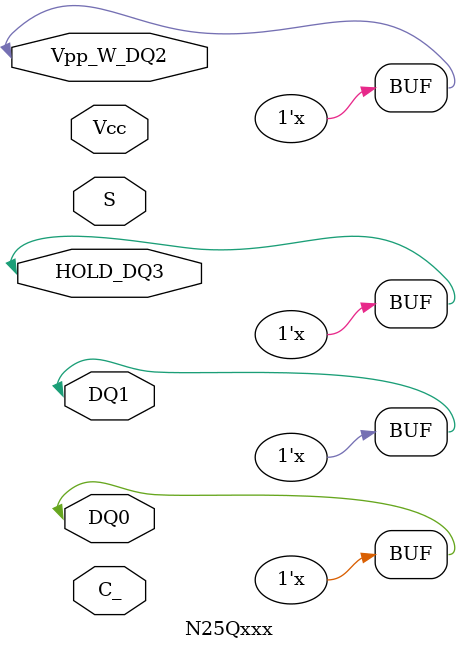
<source format=v>


`timescale 1ns / 1ps


module N25Qxxx (
    // Inputs
    S, C_, Vcc,
    // Inout
    DQ0, DQ1, HOLD_DQ3, Vpp_W_DQ2
    );

    input           S;
    input           C_;
    input    [31:0] Vcc;

    inout           DQ0; 
    inout           DQ1;
    inout           HOLD_DQ3;
    inout           Vpp_W_DQ2;

    // Assign inout as high impedence, rather than allow to float to x
    assign DQ0       = 1'bz;
    assign DQ1       = 1'bz;
    assign HOLD_DQ3  = 1'bz;
    assign Vpp_W_DQ2 = 1'bz;
    
endmodule


</source>
